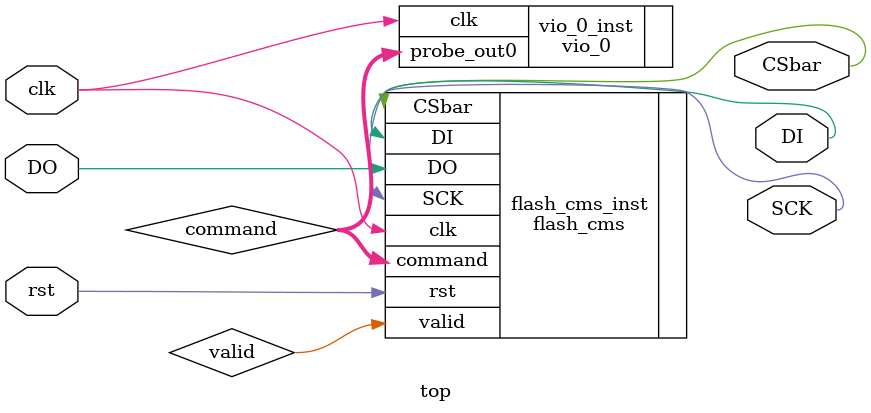
<source format=v>
`timescale 1ns / 1ps


module top(
	input 		clk,
    input 		rst,


    // spi interface
    input 		DO,
    output  	DI,
    output  	SCK,
    output  	CSbar

    );
	
	wire [7:0] command;
	
	wire valid;
	
	
	flash_cms flash_cms_inst(
		.clk		(clk		),
		.rst		(rst		),
		.command	(command	),
		.DO			(DO			),
		.DI			(DI			),
		.SCK		(SCK		),
		.CSbar		(CSbar		),
		.valid      (valid   	)
	);
	
	vio_0 vio_0_inst(
		.clk		(clk		),	
		.probe_out0	(command	)
	);
	
	
endmodule

</source>
